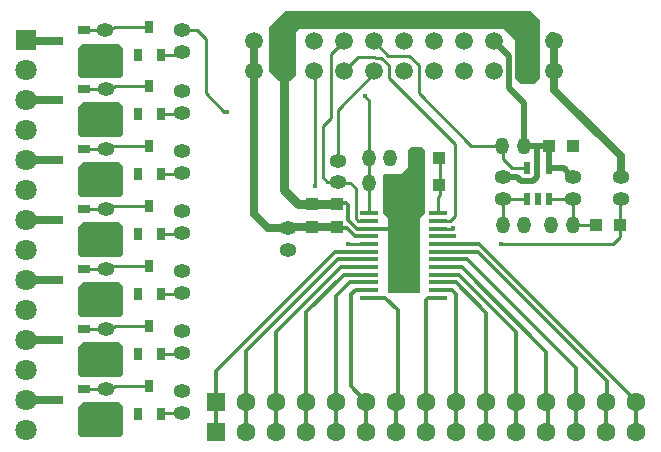
<source format=gbl>
G04*
G04 #@! TF.GenerationSoftware,Altium Limited,Altium Designer,22.7.1 (60)*
G04*
G04 Layer_Physical_Order=2*
G04 Layer_Color=16711680*
%FSLAX25Y25*%
%MOIN*%
G70*
G04*
G04 #@! TF.SameCoordinates,3EC980D0-7658-4EA3-A3E4-A41FBE6F1EC8*
G04*
G04*
G04 #@! TF.FilePolarity,Positive*
G04*
G01*
G75*
%ADD16C,0.01000*%
%ADD17C,0.01200*%
%ADD18C,0.05906*%
%ADD19R,0.07087X0.07087*%
%ADD20C,0.07087*%
%ADD21C,0.06299*%
%ADD22R,0.06299X0.06299*%
%ADD23C,0.01575*%
%ADD24O,0.05709X0.04528*%
%ADD25R,0.04134X0.02559*%
%ADD26R,0.03937X0.03937*%
%ADD27R,0.03937X0.03937*%
%ADD28R,0.05906X0.01181*%
%ADD29R,0.10906X0.25197*%
%ADD30R,0.02559X0.04134*%
%ADD31R,0.02362X0.04331*%
%ADD32O,0.04528X0.05709*%
%ADD33C,0.03000*%
%ADD34C,0.02500*%
%ADD35C,0.02000*%
G36*
X39000Y133500D02*
Y124500D01*
X38000Y123500D01*
X25000Y123500D01*
X24000Y124500D01*
Y133500D01*
X25500Y135000D01*
X37500Y135000D01*
X39000Y133500D01*
D02*
G37*
G36*
X178000Y143000D02*
Y123500D01*
X176000Y121500D01*
X171500D01*
X169743Y123257D01*
Y136257D01*
X166000Y140000D01*
X97500D01*
X96500Y139000D01*
Y124500D01*
X94500Y122500D01*
X91000D01*
X87500Y126000D01*
Y140500D01*
X93000Y146000D01*
X175000D01*
X178000Y143000D01*
D02*
G37*
G36*
X39000Y114000D02*
Y105000D01*
X38000Y104000D01*
X25000Y104000D01*
X24000Y105000D01*
Y114000D01*
X25500Y115500D01*
X37500Y115500D01*
X39000Y114000D01*
D02*
G37*
G36*
Y94000D02*
Y85000D01*
X38000Y84000D01*
X25000Y84000D01*
X24000Y85000D01*
Y94000D01*
X25500Y95500D01*
X37500Y95500D01*
X39000Y94000D01*
D02*
G37*
G36*
X139500Y99500D02*
Y78500D01*
X137000Y76000D01*
X128159D01*
X125500Y78659D01*
Y79500D01*
Y91000D01*
X126000Y91500D01*
X131500D01*
X134000Y94000D01*
Y99500D01*
X135000Y100500D01*
X138500D01*
X139500Y99500D01*
D02*
G37*
G36*
X39000Y74000D02*
Y65000D01*
X38000Y64000D01*
X25000Y64000D01*
X24000Y65000D01*
Y74000D01*
X25500Y75500D01*
X37500Y75500D01*
X39000Y74000D01*
D02*
G37*
G36*
Y54000D02*
Y45000D01*
X38000Y44000D01*
X25000Y44000D01*
X24000Y45000D01*
Y54000D01*
X25500Y55500D01*
X37500Y55500D01*
X39000Y54000D01*
D02*
G37*
G36*
Y34000D02*
Y25000D01*
X38000Y24000D01*
X25000Y24000D01*
X24000Y25000D01*
Y34000D01*
X25500Y35500D01*
X37500Y35500D01*
X39000Y34000D01*
D02*
G37*
G36*
Y14000D02*
Y5000D01*
X38000Y4000D01*
X25000Y4000D01*
X24000Y5000D01*
Y14000D01*
X25500Y15500D01*
X37500Y15500D01*
X39000Y14000D01*
D02*
G37*
D16*
X66500Y118500D02*
X72603Y112397D01*
X73390D01*
X73500Y112287D01*
X66500Y118500D02*
Y136500D01*
X204500Y82858D02*
X205000Y83358D01*
X204500Y70500D02*
Y82858D01*
X165024Y68317D02*
X202317D01*
X204500Y70500D01*
X188845Y74500D02*
Y82845D01*
X189000Y75000D02*
X189500Y74500D01*
X114769Y88731D02*
X116500Y87000D01*
Y77000D02*
Y87000D01*
Y77000D02*
X117451Y76049D01*
X121050D02*
X121083Y76016D01*
X117451Y76049D02*
X121050D01*
X128457Y73457D02*
X128500Y73500D01*
X101500Y74221D02*
X102425D01*
X158000Y101000D02*
X165358D01*
X155000Y101000D02*
X158000D01*
X165500Y96564D02*
Y101000D01*
X137500Y118500D02*
X155000Y101000D01*
X137500Y118500D02*
Y127914D01*
X149500Y77500D02*
Y101500D01*
X127500Y123500D02*
X149500Y101500D01*
X59000Y139500D02*
X63500D01*
X66500Y136500D01*
X36220Y21000D02*
X48000D01*
X33279Y20078D02*
X33955Y20753D01*
X35973D01*
X36220Y21000D01*
Y41000D02*
X48000D01*
X35973Y40753D02*
X36220Y41000D01*
X33279Y40078D02*
X33955Y40753D01*
X35973D01*
X32578Y60078D02*
X32929Y60429D01*
X35612Y60865D02*
X47780D01*
X34747Y60000D02*
X35612Y60865D01*
X33500Y60000D02*
X34747D01*
X35612Y80865D02*
X47780D01*
X34747Y80000D02*
X35612Y80865D01*
X33500Y80000D02*
X34747D01*
X35612Y100865D02*
X47780D01*
X35247Y100500D02*
X35612Y100865D01*
X34000Y100500D02*
X35247D01*
X35973Y120753D02*
X36220Y121000D01*
X47500D01*
X33280Y120078D02*
X33955Y120753D01*
X35973D01*
X32740Y139740D02*
X33000Y140000D01*
X35940Y140500D02*
X47500D01*
X33000Y139740D02*
X33675Y140415D01*
X35855D01*
X35940Y140500D01*
X51710Y12000D02*
X57500D01*
X51520Y11810D02*
X51710Y12000D01*
X51520Y31810D02*
X57810D01*
X58000Y32000D01*
X58690Y51810D02*
X59000Y51500D01*
X51520Y51810D02*
X58690D01*
X51520Y71810D02*
X56310D01*
X56500Y72000D01*
X57310Y91810D02*
X57500Y92000D01*
X51520Y91810D02*
X57310D01*
X57310Y111810D02*
X57500Y112000D01*
X51520Y111810D02*
X57310D01*
X51520Y131472D02*
X56349D01*
X57376Y132500D01*
X58000D01*
X26028Y120078D02*
X33280D01*
X26028Y100078D02*
X32422D01*
X32500Y100000D01*
X33279Y80078D02*
X33422D01*
X26028D02*
X33279D01*
X33422D02*
X33500Y80000D01*
X26028Y60078D02*
X32578D01*
X26028Y40078D02*
X32922D01*
X33000Y40000D01*
X26028Y20078D02*
X33279D01*
X26028Y139740D02*
X32740D01*
X121083Y78575D02*
Y97417D01*
X120858Y97000D02*
Y116142D01*
X119500Y117500D02*
X120858Y116142D01*
X110500Y96142D02*
Y113000D01*
X123000Y125500D01*
X144500Y84500D02*
Y97000D01*
X102500Y126000D02*
X103000Y125500D01*
Y87500D02*
Y125500D01*
X114080Y68326D02*
X114093Y68339D01*
X121083D01*
X127392Y131108D02*
X134307D01*
X123000Y135500D02*
X127392Y131108D01*
X125063Y130437D02*
X127500Y128000D01*
X123000Y130437D02*
X125063D01*
X127500Y123500D02*
Y128000D01*
X134307Y131108D02*
X137500Y127914D01*
X165500Y96564D02*
X168564Y93500D01*
X171500D01*
Y93505D02*
X173528D01*
X112677Y125984D02*
X117193Y130500D01*
X123000D01*
X148016Y76016D02*
X149500Y77500D01*
X143917Y76016D02*
X148016D01*
X105500Y90500D02*
Y107500D01*
X106864Y89136D02*
X110222D01*
X105500Y90500D02*
X106864Y89136D01*
X110222D02*
X110500Y88858D01*
X105500Y107500D02*
X108224Y110224D01*
X110500Y88858D02*
X110627Y88731D01*
X108224Y131724D02*
X112500Y136000D01*
X108224Y110224D02*
Y131724D01*
X189500Y74500D02*
X196626D01*
X110627Y88731D02*
X114769D01*
X143917Y73457D02*
X148957D01*
X149000Y73500D01*
X143917Y78575D02*
Y83917D01*
X144500Y84500D01*
X189000Y74500D02*
X189500D01*
X189000Y74500D02*
X189000Y74500D01*
X173133Y83367D02*
X173500Y83000D01*
X165500Y83367D02*
X173133D01*
X165500Y74500D02*
Y83000D01*
X165500Y83000D02*
X165500Y83000D01*
X181000Y83500D02*
X181133Y83367D01*
X188845D01*
Y82845D02*
X189000Y83000D01*
D17*
X210142Y7142D02*
Y15969D01*
X158132Y67980D02*
X210142Y15969D01*
X143917Y68339D02*
X157536D01*
X157895Y67980D01*
X158132D01*
X143917Y65780D02*
X157220D01*
X200204Y16796D02*
Y22796D01*
X157220Y65780D02*
X200204Y22796D01*
X113550Y73667D02*
X116320Y70898D01*
X121083D01*
X110833Y73667D02*
X113550D01*
X110500Y74000D02*
X110833Y73667D01*
X121083Y73457D02*
X128457D01*
X143917Y70898D02*
X149325D01*
X110142Y51000D02*
X114685Y55543D01*
X121083D01*
X115000Y51500D02*
X116484Y52984D01*
X121083D01*
X90142Y39142D02*
X111661Y60661D01*
X121083D01*
X110721Y63221D02*
X121083D01*
X80000Y32500D02*
X110721Y63221D01*
X114000Y76328D02*
X116872Y73457D01*
X121083D01*
X110500Y82000D02*
X113414D01*
X190142Y15732D02*
Y26888D01*
X153810Y63221D02*
X190142Y26888D01*
X143917Y63221D02*
X153810D01*
X143571Y60571D02*
X151929D01*
X180142Y15732D02*
Y32358D01*
X151929Y60571D02*
X180142Y32358D01*
X170142Y34500D02*
Y38858D01*
X150898Y58102D02*
X170142Y38858D01*
X143917Y58102D02*
X150898D01*
X160142Y30500D02*
Y45358D01*
X143917Y55543D02*
X149957D01*
X160142Y45358D01*
X130500Y16500D02*
Y46186D01*
X126261Y50425D02*
X130500Y46186D01*
X121083Y50425D02*
X126261D01*
X70000Y16000D02*
Y26000D01*
X109780Y65780D01*
X121083D01*
X80000Y15500D02*
Y32500D01*
X90142Y15732D02*
Y39142D01*
X100142Y45642D02*
X112602Y58102D01*
X121083D01*
X100142Y15732D02*
Y45642D01*
X140142Y15732D02*
Y49749D01*
X143827Y50335D02*
X143917Y50425D01*
X140728Y50335D02*
X143827D01*
X140142Y49749D02*
X140728Y50335D01*
X140142Y7358D02*
Y15732D01*
X150142Y7642D02*
Y15732D01*
X143917Y52984D02*
X148658D01*
X150142Y15732D02*
Y51500D01*
X148658Y52984D02*
X150142Y51500D01*
X115000Y20875D02*
Y51500D01*
Y20875D02*
X120142Y15732D01*
X160142D02*
Y30500D01*
X170142Y8037D02*
Y15732D01*
Y34500D01*
X200204Y16796D02*
X201000Y16000D01*
X110142Y15732D02*
Y51000D01*
Y8142D02*
Y15732D01*
X210000Y7000D02*
X210142Y7142D01*
X199500Y6500D02*
X200142Y7142D01*
Y15732D01*
X190142Y5732D02*
Y15732D01*
Y4642D02*
Y5732D01*
X190000Y4500D02*
X190142Y4642D01*
X180187Y15687D02*
X180500Y15374D01*
X180142Y15732D02*
X180187Y15687D01*
X180500Y5000D02*
Y15374D01*
X160142Y6858D02*
Y15732D01*
Y6858D02*
X160500Y6500D01*
X149000D02*
X150142Y7642D01*
X140142Y7358D02*
X140500Y7000D01*
X120000D02*
Y15590D01*
X130142Y6358D02*
X130500Y6000D01*
X130142Y6358D02*
Y15732D01*
X109000Y7000D02*
X110142Y8142D01*
X100142Y6358D02*
X101000Y5500D01*
X100142Y6358D02*
Y15732D01*
X90142Y5858D02*
X91000Y5000D01*
X90142Y5858D02*
Y15732D01*
X80142Y6358D02*
X80500Y6000D01*
X80142Y6358D02*
Y15732D01*
X70142Y5858D02*
X70500Y5500D01*
X70142Y5858D02*
Y15732D01*
X114000Y76328D02*
Y81414D01*
X113414Y82000D02*
X114000Y81414D01*
D18*
X82677Y125984D02*
D03*
X82677Y135984D02*
D03*
X92677Y125984D02*
D03*
Y135984D02*
D03*
X102677Y125984D02*
D03*
X102677Y135984D02*
D03*
X112677Y125984D02*
D03*
X112677Y135984D02*
D03*
X122677Y125984D02*
D03*
Y135984D02*
D03*
X132677Y125984D02*
D03*
X132677Y135984D02*
D03*
X142677Y125984D02*
D03*
X142677Y135984D02*
D03*
X152677Y125984D02*
D03*
X152677Y135984D02*
D03*
X162677Y125984D02*
D03*
X162677Y135984D02*
D03*
X172677Y125984D02*
D03*
X172677Y135984D02*
D03*
X182677Y125984D02*
D03*
Y135984D02*
D03*
D19*
X6780Y136232D02*
D03*
D20*
X6780Y126232D02*
D03*
X6780Y116232D02*
D03*
Y106232D02*
D03*
Y96232D02*
D03*
Y86232D02*
D03*
X6780Y76232D02*
D03*
X6780Y66232D02*
D03*
Y56232D02*
D03*
Y46232D02*
D03*
Y36232D02*
D03*
Y26232D02*
D03*
Y16232D02*
D03*
Y6232D02*
D03*
D21*
X210142Y5732D02*
D03*
X200142D02*
D03*
X160142D02*
D03*
X150142D02*
D03*
X140142D02*
D03*
X130142D02*
D03*
X120142D02*
D03*
X110142D02*
D03*
X100142D02*
D03*
X90142D02*
D03*
X80142D02*
D03*
X190142D02*
D03*
X180142D02*
D03*
X170142D02*
D03*
X210142Y15732D02*
D03*
X200142D02*
D03*
X190142D02*
D03*
X180142D02*
D03*
X170142D02*
D03*
X160142D02*
D03*
X150142D02*
D03*
X140142D02*
D03*
X130142D02*
D03*
X120142D02*
D03*
X110142D02*
D03*
X100142D02*
D03*
X90142D02*
D03*
X80142D02*
D03*
D22*
X70142Y5732D02*
D03*
Y15732D02*
D03*
D23*
X73500Y112287D02*
D03*
X137000Y66000D02*
D03*
X128000D02*
D03*
X137000Y59500D02*
D03*
X128000D02*
D03*
X137000Y53000D02*
D03*
X128000D02*
D03*
X177353Y83143D02*
D03*
X182000Y74500D02*
D03*
X172500D02*
D03*
X165000Y68323D02*
D03*
X189000Y101000D02*
D03*
X149358Y70911D02*
D03*
X44000Y12000D02*
D03*
Y31500D02*
D03*
Y51500D02*
D03*
Y71500D02*
D03*
Y92000D02*
D03*
Y111500D02*
D03*
Y131500D02*
D03*
X26000Y6000D02*
D03*
X31000D02*
D03*
X36000D02*
D03*
X26000Y26000D02*
D03*
X31000D02*
D03*
X36000D02*
D03*
X26000Y46000D02*
D03*
X31000D02*
D03*
X36000D02*
D03*
X26000Y66000D02*
D03*
X31000D02*
D03*
X36000D02*
D03*
X26000Y86000D02*
D03*
X31000D02*
D03*
X36000D02*
D03*
X26000Y106000D02*
D03*
X31000D02*
D03*
X36000D02*
D03*
Y125500D02*
D03*
X31000D02*
D03*
X26000D02*
D03*
X119500Y117500D02*
D03*
X144500Y97000D02*
D03*
X128500D02*
D03*
X103000Y87500D02*
D03*
X94000Y66500D02*
D03*
X114080Y68326D02*
D03*
X59000Y19500D02*
D03*
Y40000D02*
D03*
Y59500D02*
D03*
Y79500D02*
D03*
Y99500D02*
D03*
X58500Y119000D02*
D03*
X149000Y73500D02*
D03*
D24*
X58780Y12091D02*
D03*
Y19374D02*
D03*
Y39374D02*
D03*
Y32091D02*
D03*
Y52091D02*
D03*
Y59374D02*
D03*
Y79374D02*
D03*
Y72091D02*
D03*
Y92091D02*
D03*
Y99374D02*
D03*
Y119374D02*
D03*
X58780Y112091D02*
D03*
X33279Y32794D02*
D03*
Y40078D02*
D03*
Y60078D02*
D03*
Y52794D02*
D03*
Y72795D02*
D03*
Y80078D02*
D03*
Y100078D02*
D03*
Y92795D02*
D03*
X58780Y132358D02*
D03*
X58780Y139641D02*
D03*
X33279Y12795D02*
D03*
Y20078D02*
D03*
X33280Y120078D02*
D03*
X33279Y112794D02*
D03*
X33000Y139740D02*
D03*
Y132457D02*
D03*
X110500Y88858D02*
D03*
Y96142D02*
D03*
X165500Y90650D02*
D03*
Y83367D02*
D03*
X188845Y90650D02*
D03*
Y83367D02*
D03*
X94000Y66358D02*
D03*
Y73642D02*
D03*
X205000Y90642D02*
D03*
X205000Y83358D02*
D03*
D25*
X16972Y36338D02*
D03*
X26028Y32598D02*
D03*
Y40078D02*
D03*
Y60078D02*
D03*
Y52598D02*
D03*
X16972Y56338D02*
D03*
X26028Y100078D02*
D03*
X26028Y92598D02*
D03*
X16972Y96338D02*
D03*
Y76338D02*
D03*
X26028Y72598D02*
D03*
X26028Y80078D02*
D03*
X16972Y116338D02*
D03*
X26028Y112598D02*
D03*
Y120078D02*
D03*
X16972Y16338D02*
D03*
X26028Y12598D02*
D03*
Y20078D02*
D03*
X26028Y139740D02*
D03*
Y132260D02*
D03*
X16972Y136000D02*
D03*
D26*
X102000Y73843D02*
D03*
Y81717D02*
D03*
X110268D02*
D03*
X110268Y73843D02*
D03*
D27*
X204500Y74500D02*
D03*
X196626Y74500D02*
D03*
X136563Y97000D02*
D03*
X144437D02*
D03*
X136563Y88000D02*
D03*
X144437Y88000D02*
D03*
X188882Y101000D02*
D03*
X181008Y101000D02*
D03*
D28*
X121083Y78575D02*
D03*
X121083Y76016D02*
D03*
X121083Y73457D02*
D03*
X121083Y70898D02*
D03*
X121083Y68339D02*
D03*
X121083Y65780D02*
D03*
X121083Y63221D02*
D03*
X121083Y60661D02*
D03*
X121083Y58102D02*
D03*
X121083Y55543D02*
D03*
X121083Y52984D02*
D03*
X121083Y50425D02*
D03*
X143917D02*
D03*
X143917Y52984D02*
D03*
X143917Y55543D02*
D03*
X143917Y58102D02*
D03*
X143917Y60661D02*
D03*
X143917Y63221D02*
D03*
X143917Y65780D02*
D03*
X143917Y70898D02*
D03*
Y73457D02*
D03*
Y76016D02*
D03*
X143917Y78575D02*
D03*
X143917Y68339D02*
D03*
D29*
X132500Y64500D02*
D03*
D30*
X47780Y60865D02*
D03*
X44039Y51810D02*
D03*
X51520D02*
D03*
Y31810D02*
D03*
X44039D02*
D03*
X47780Y40865D02*
D03*
Y20865D02*
D03*
X44039Y11810D02*
D03*
X51520D02*
D03*
Y131472D02*
D03*
X44039D02*
D03*
X47780Y140527D02*
D03*
X47780Y100865D02*
D03*
X44039Y91810D02*
D03*
X51520Y91810D02*
D03*
Y71810D02*
D03*
X44039Y71810D02*
D03*
X47780Y80865D02*
D03*
X51520Y111810D02*
D03*
X44039D02*
D03*
X47780Y120865D02*
D03*
D31*
X173528Y93505D02*
D03*
X173528Y83268D02*
D03*
X177268D02*
D03*
X181008Y83268D02*
D03*
Y93505D02*
D03*
D32*
X120858Y97000D02*
D03*
X128142Y97000D02*
D03*
X128142Y88500D02*
D03*
X120858D02*
D03*
X165500Y74500D02*
D03*
X172783Y74500D02*
D03*
X181562Y74500D02*
D03*
X188845Y74500D02*
D03*
X172642Y101000D02*
D03*
X165358Y101000D02*
D03*
D33*
X102500Y81717D02*
X110268D01*
X97309D02*
X102500D01*
X92677Y86348D02*
X97309Y81717D01*
X92677Y125984D02*
Y135984D01*
Y86348D02*
Y125984D01*
X6000Y116500D02*
X6162Y116338D01*
D34*
X82677Y78323D02*
Y125984D01*
Y135984D02*
X83329Y136636D01*
X82677Y125984D02*
Y135984D01*
X182026Y137557D02*
X183083Y136500D01*
X183500D01*
X182677Y125984D02*
Y135984D01*
Y119823D02*
Y125984D01*
X205000Y91000D02*
Y97500D01*
X182677Y119823D02*
X205000Y97500D01*
X102925Y74000D02*
X110500D01*
X102768Y73843D02*
X102925Y74000D01*
X87358Y73642D02*
X94000D01*
X82677Y78323D02*
X87358Y73642D01*
X94000D02*
X94201Y73843D01*
X102768D01*
X32902Y12598D02*
X33000Y12500D01*
X26028Y32598D02*
X33902D01*
X26028Y112598D02*
X33402D01*
X32902Y72598D02*
X33000Y72500D01*
X32902Y92598D02*
X33000Y92500D01*
X26028Y52598D02*
X33598D01*
X32740Y132260D02*
X33000Y132000D01*
X26028Y12598D02*
X32902D01*
X33902Y32598D02*
X34000Y32500D01*
X33598Y52598D02*
X34000Y53000D01*
X26028Y72598D02*
X32902D01*
X26028Y92598D02*
X32902D01*
X33402Y112598D02*
X33500Y112500D01*
X26028Y132260D02*
X32740D01*
X6500Y136000D02*
X16972D01*
X16972Y136000D01*
X6662Y116338D02*
X16972D01*
X6500Y116500D02*
X6662Y116338D01*
X7500Y17000D02*
X8162Y16338D01*
X16972D01*
X6885Y36338D02*
X16972D01*
X6162Y56338D02*
X16972D01*
X6000Y56500D02*
X6162Y56338D01*
X6500Y77000D02*
X7162Y76338D01*
X16972D01*
X6338Y96338D02*
X16972D01*
X5500Y95500D02*
X6338Y96338D01*
D35*
X172642Y101000D02*
X175000D01*
X167630Y120370D02*
Y131032D01*
X172642Y101000D02*
Y115358D01*
X167630Y120370D02*
X172642Y115358D01*
X175000Y101000D02*
X176604D01*
X171518Y89339D02*
X175537D01*
X165500Y90650D02*
X170207D01*
X171518Y89339D01*
X175537D02*
X177000Y90802D01*
Y100500D01*
X176604Y101000D02*
X181000D01*
X188324Y91000D02*
X189000D01*
X181008Y93505D02*
X185819D01*
X188324Y91000D01*
X181008Y93505D02*
X181189Y93324D01*
X181008Y93508D02*
Y101000D01*
X181000Y101000D02*
X181000Y101000D01*
X162677Y135984D02*
X167630Y131032D01*
M02*

</source>
